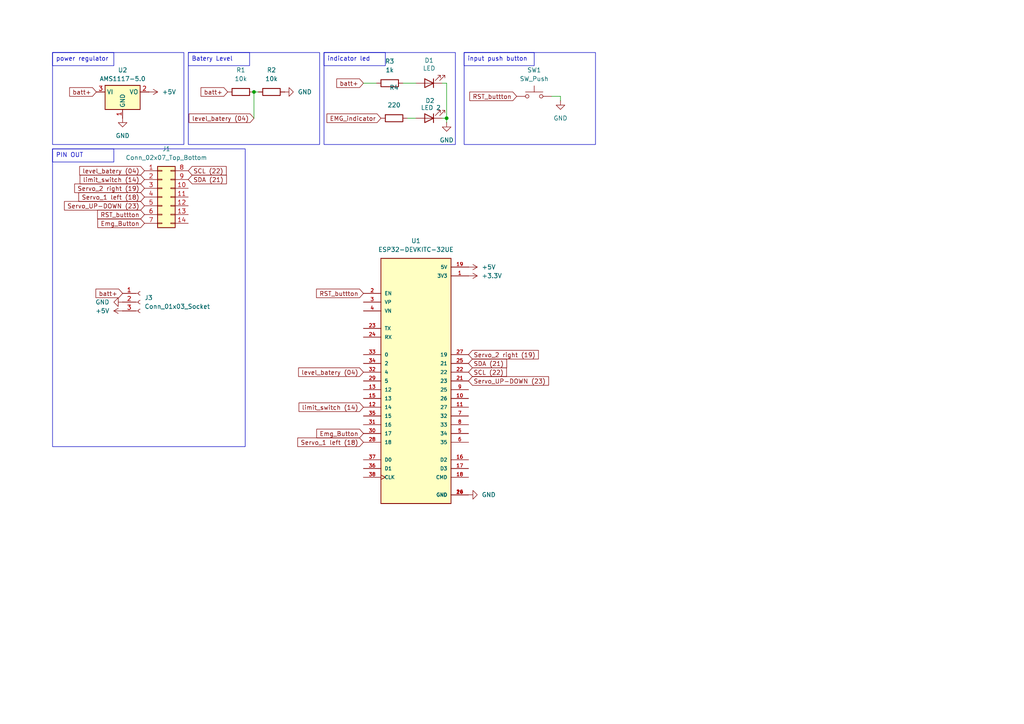
<source format=kicad_sch>
(kicad_sch (version 20250114) (generator "eeschema") (generator_version "9.0")
  (paper "A4")
  (lib_symbols
    (symbol "Connector:Conn_01x03_Socket" (pin_names (offset 1.016) (hide yes))
      (property "Reference" "J" (at 0 5.08 0))
      (property "Value" "Conn_01x03_Socket" (at 0 -5.08 0))
      (symbol "Conn_01x03_Socket_1_1"
        (polyline (pts (xy -1.27 2.54) (xy -0.508 2.54)) (stroke (width 0.1524)))
        (polyline (pts (xy -1.27 0) (xy -0.508 0)) (stroke (width 0.1524)))
        (polyline (pts (xy -1.27 -2.54) (xy -0.508 -2.54)) (stroke (width 0.1524)))
        (arc (start 0 2.032) (mid -0.5058 2.54) (end 0 3.048) (stroke (width 0.1524)))
        (arc (start 0 -0.508) (mid -0.5058 0) (end 0 0.508) (stroke (width 0.1524)))
        (arc (start 0 -3.048) (mid -0.5058 -2.54) (end 0 -2.032) (stroke (width 0.1524)))
        (pin passive line (at -5.08 2.54 0) (length 3.81) (name "Pin_1") (number "1"))
        (pin passive line (at -5.08 0 0) (length 3.81) (name "Pin_2") (number "2"))
        (pin passive line (at -5.08 -2.54 0) (length 3.81) (name "Pin_3") (number "3"))
      )
    )
    (symbol "Connector_Generic:Conn_02x07_Top_Bottom" (pin_names (offset 1.016) (hide yes))
      (property "Reference" "J" (at 1.27 10.16 0))
      (property "Value" "Conn_02x07_Top_Bottom" (at 1.27 -10.16 0))
      (symbol "Conn_02x07_Top_Bottom_1_1"
        (rectangle (start -1.27 8.89) (end 3.81 -8.89) (stroke (width 0.254)) (fill (type background)))
        (rectangle (start -1.27 7.747) (end 0 7.493) (stroke (width 0.1524)))
        (rectangle (start -1.27 5.207) (end 0 4.953) (stroke (width 0.1524)))
        (rectangle (start -1.27 2.667) (end 0 2.413) (stroke (width 0.1524)))
        (rectangle (start -1.27 0.127) (end 0 -0.127) (stroke (width 0.1524)))
        (rectangle (start -1.27 -2.413) (end 0 -2.667) (stroke (width 0.1524)))
        (rectangle (start -1.27 -4.953) (end 0 -5.207) (stroke (width 0.1524)))
        (rectangle (start -1.27 -7.493) (end 0 -7.747) (stroke (width 0.1524)))
        (rectangle (start 3.81 7.747) (end 2.54 7.493) (stroke (width 0.1524)))
        (rectangle (start 3.81 5.207) (end 2.54 4.953) (stroke (width 0.1524)))
        (rectangle (start 3.81 2.667) (end 2.54 2.413) (stroke (width 0.1524)))
        (rectangle (start 3.81 0.127) (end 2.54 -0.127) (stroke (width 0.1524)))
        (rectangle (start 3.81 -2.413) (end 2.54 -2.667) (stroke (width 0.1524)))
        (rectangle (start 3.81 -4.953) (end 2.54 -5.207) (stroke (width 0.1524)))
        (rectangle (start 3.81 -7.493) (end 2.54 -7.747) (stroke (width 0.1524)))
        (pin passive line (at -5.08 7.62 0) (length 3.81) (name "Pin_1") (number "1"))
        (pin passive line (at -5.08 5.08 0) (length 3.81) (name "Pin_2") (number "2"))
        (pin passive line (at -5.08 2.54 0) (length 3.81) (name "Pin_3") (number "3"))
        (pin passive line (at -5.08 0 0) (length 3.81) (name "Pin_4") (number "4"))
        (pin passive line (at -5.08 -2.54 0) (length 3.81) (name "Pin_5") (number "5"))
        (pin passive line (at -5.08 -5.08 0) (length 3.81) (name "Pin_6") (number "6"))
        (pin passive line (at -5.08 -7.62 0) (length 3.81) (name "Pin_7") (number "7"))
        (pin passive line (at 7.62 7.62 180) (length 3.81) (name "Pin_8") (number "8"))
        (pin passive line (at 7.62 5.08 180) (length 3.81) (name "Pin_9") (number "9"))
        (pin passive line (at 7.62 2.54 180) (length 3.81) (name "Pin_10") (number "10"))
        (pin passive line (at 7.62 0 180) (length 3.81) (name "Pin_11") (number "11"))
        (pin passive line (at 7.62 -2.54 180) (length 3.81) (name "Pin_12") (number "12"))
        (pin passive line (at 7.62 -5.08 180) (length 3.81) (name "Pin_13") (number "13"))
        (pin passive line (at 7.62 -7.62 180) (length 3.81) (name "Pin_14") (number "14"))
      )
    )
    (symbol "Device:LED" (pin_numbers (hide yes)) (pin_names (offset 1.016) (hide yes))
      (property "Reference" "D" (at 0 2.54 0))
      (property "Value" "LED" (at 0 -2.54 0))
      (symbol "LED_0_1"
        (polyline (pts (xy -3.048 -0.762) (xy -4.572 -2.286) (xy -3.81 -2.286) (xy -4.572 -2.286) (xy -4.572 -1.524)))
        (polyline (pts (xy -1.778 -0.762) (xy -3.302 -2.286) (xy -2.54 -2.286) (xy -3.302 -2.286) (xy -3.302 -1.524)))
        (polyline (pts (xy -1.27 0) (xy 1.27 0)))
        (polyline (pts (xy -1.27 -1.27) (xy -1.27 1.27)) (stroke (width 0.254)))
        (polyline (pts (xy 1.27 -1.27) (xy 1.27 1.27) (xy -1.27 0) (xy 1.27 -1.27)) (stroke (width 0.254)))
      )
      (symbol "LED_1_1"
        (pin passive line (at -3.81 0 0) (length 2.54) (name "K") (number "1"))
        (pin passive line (at 3.81 0 180) (length 2.54) (name "A") (number "2"))
      )
    )
    (symbol "Device:R" (pin_numbers (hide yes)) (pin_names (offset 0))
      (property "Reference" "R" (at 2.032 0 90))
      (property "Value" "R" (at 0 0 90))
      (symbol "R_0_1"
        (rectangle (start -1.016 -2.54) (end 1.016 2.54) (stroke (width 0.254)))
      )
      (symbol "R_1_1"
        (pin passive line (at 0 3.81 270) (length 1.27) (name "~") (number "1"))
        (pin passive line (at 0 -3.81 90) (length 1.27) (name "~") (number "2"))
      )
    )
    (symbol "ESP32-DEVKITC-32UE:ESP32-DEVKITC-32UE" (pin_names (offset 1.016))
      (property "Reference" "U" (at -10.16 36.83 0))
      (property "Value" "ESP32-DEVKITC-32UE" (at -10.16 -38.1 0))
      (symbol "ESP32-DEVKITC-32UE_0_0"
        (rectangle (start -10.16 -35.56) (end 10.16 35.56) (stroke (width 0.254)) (fill (type background)))
        (pin input line (at -15.24 25.4 0) (length 5.08) (name "EN") (number "2"))
        (pin input line (at -15.24 22.86 0) (length 5.08) (name "VP") (number "3"))
        (pin input line (at -15.24 20.32 0) (length 5.08) (name "VN") (number "4"))
        (pin bidirectional line (at -15.24 15.24 0) (length 5.08) (name "TX") (number "23"))
        (pin bidirectional line (at -15.24 12.7 0) (length 5.08) (name "RX") (number "24"))
        (pin bidirectional line (at -15.24 7.62 0) (length 5.08) (name "0") (number "33"))
        (pin bidirectional line (at -15.24 5.08 0) (length 5.08) (name "2") (number "34"))
        (pin bidirectional line (at -15.24 2.54 0) (length 5.08) (name "4") (number "32"))
        (pin bidirectional line (at -15.24 0 0) (length 5.08) (name "5") (number "29"))
        (pin bidirectional line (at -15.24 -2.54 0) (length 5.08) (name "12") (number "13"))
        (pin bidirectional line (at -15.24 -5.08 0) (length 5.08) (name "13") (number "15"))
        (pin bidirectional line (at -15.24 -7.62 0) (length 5.08) (name "14") (number "12"))
        (pin bidirectional line (at -15.24 -10.16 0) (length 5.08) (name "15") (number "35"))
        (pin bidirectional line (at -15.24 -12.7 0) (length 5.08) (name "16") (number "31"))
        (pin bidirectional line (at -15.24 -15.24 0) (length 5.08) (name "17") (number "30"))
        (pin bidirectional line (at -15.24 -17.78 0) (length 5.08) (name "18") (number "28"))
        (pin bidirectional line (at -15.24 -22.86 0) (length 5.08) (name "D0") (number "37"))
        (pin bidirectional line (at -15.24 -25.4 0) (length 5.08) (name "D1") (number "36"))
        (pin bidirectional clock (at -15.24 -27.94 0) (length 5.08) (name "CLK") (number "38"))
        (pin power_in line (at 15.24 33.02 180) (length 5.08) (name "5V") (number "19"))
        (pin power_in line (at 15.24 30.48 180) (length 5.08) (name "3V3") (number "1"))
        (pin bidirectional line (at 15.24 7.62 180) (length 5.08) (name "19") (number "27"))
        (pin bidirectional line (at 15.24 5.08 180) (length 5.08) (name "21") (number "25"))
        (pin bidirectional line (at 15.24 2.54 180) (length 5.08) (name "22") (number "22"))
        (pin bidirectional line (at 15.24 0 180) (length 5.08) (name "23") (number "21"))
        (pin bidirectional line (at 15.24 -2.54 180) (length 5.08) (name "25") (number "9"))
        (pin bidirectional line (at 15.24 -5.08 180) (length 5.08) (name "26") (number "10"))
        (pin bidirectional line (at 15.24 -7.62 180) (length 5.08) (name "27") (number "11"))
        (pin bidirectional line (at 15.24 -10.16 180) (length 5.08) (name "32") (number "7"))
        (pin bidirectional line (at 15.24 -12.7 180) (length 5.08) (name "33") (number "8"))
        (pin bidirectional line (at 15.24 -15.24 180) (length 5.08) (name "34") (number "5"))
        (pin bidirectional line (at 15.24 -17.78 180) (length 5.08) (name "35") (number "6"))
        (pin bidirectional line (at 15.24 -22.86 180) (length 5.08) (name "D2") (number "16"))
        (pin bidirectional line (at 15.24 -25.4 180) (length 5.08) (name "D3") (number "17"))
        (pin bidirectional line (at 15.24 -27.94 180) (length 5.08) (name "CMD") (number "18"))
        (pin power_in line (at 15.24 -33.02 180) (length 5.08) (name "GND") (number "14"))
        (pin power_in line (at 15.24 -33.02 180) (length 5.08) (name "GND") (number "20"))
        (pin power_in line (at 15.24 -33.02 180) (length 5.08) (name "GND") (number "26"))
      )
    )
    (symbol "Regulator_Linear:AMS1117-5.0"
      (property "Reference" "U" (at -3.81 3.175 0))
      (property "Value" "AMS1117-5.0" (at 0 3.175 0))
      (symbol "AMS1117-5.0_0_1"
        (rectangle (start -5.08 -5.08) (end 5.08 1.905) (stroke (width 0.254)) (fill (type background)))
      )
      (symbol "AMS1117-5.0_1_1"
        (pin power_in line (at -7.62 0 0) (length 2.54) (name "VI") (number "3"))
        (pin power_in line (at 0 -7.62 90) (length 2.54) (name "GND") (number "1"))
        (pin power_out line (at 7.62 0 180) (length 2.54) (name "VO") (number "2"))
      )
    )
    (symbol "Switch:SW_Push" (pin_numbers (hide yes)) (pin_names (offset 1.016) (hide yes))
      (property "Reference" "SW" (at 1.27 2.54 0))
      (property "Value" "SW_Push" (at 0 -1.524 0))
      (symbol "SW_Push_0_1"
        (circle (center -2.032 0) (radius 0.508))
        (polyline (pts (xy 0 1.27) (xy 0 3.048)))
        (circle (center 2.032 0) (radius 0.508))
        (polyline (pts (xy 2.54 1.27) (xy -2.54 1.27)))
        (pin passive line (at -5.08 0 0) (length 2.54) (name "1") (number "1"))
        (pin passive line (at 5.08 0 180) (length 2.54) (name "2") (number "2"))
      )
    )
    (symbol "power:+3.3V" (power) (pin_numbers (hide yes)) (pin_names (offset 0) (hide yes))
      (property "Value" "+3.3V" (at 0 3.556 0))
      (symbol "+3.3V_0_1"
        (polyline (pts (xy -0.762 1.27) (xy 0 2.54)))
        (polyline (pts (xy 0 2.54) (xy 0.762 1.27)))
        (polyline (pts (xy 0 0) (xy 0 2.54)))
      )
      (symbol "+3.3V_1_1"
        (pin power_in line (at 0 0 90) (length 0) (name "~") (number "1"))
      )
    )
    (symbol "power:+5V" (power) (pin_numbers (hide yes)) (pin_names (offset 0) (hide yes))
      (property "Value" "+5V" (at 0 3.556 0))
      (symbol "+5V_0_1"
        (polyline (pts (xy -0.762 1.27) (xy 0 2.54)))
        (polyline (pts (xy 0 2.54) (xy 0.762 1.27)))
        (polyline (pts (xy 0 0) (xy 0 2.54)))
      )
      (symbol "+5V_1_1"
        (pin power_in line (at 0 0 90) (length 0) (name "~") (number "1"))
      )
    )
    (symbol "power:GND" (power) (pin_numbers (hide yes)) (pin_names (offset 0) (hide yes))
      (property "Value" "GND" (at 0 -3.81 0))
      (symbol "GND_0_1"
        (polyline (pts (xy 0 0) (xy 0 -1.27) (xy 1.27 -1.27) (xy 0 -2.54) (xy -1.27 -1.27) (xy 0 -1.27)))
      )
      (symbol "GND_1_1"
        (pin power_in line (at 0 0 270) (length 0) (name "~") (number "1"))
      )
    )
  )
  (rectangle (start 93.98 15.24) (end 132.08 41.91))
  (rectangle (start 15.24 15.24) (end 53.34 41.91))
  (rectangle (start 54.61 15.24) (end 92.71 41.91))
  (rectangle (start 134.62 15.24) (end 172.72 41.91))
  (rectangle (start 15.24 43.18) (end 71.12 129.54))
  (text_box "input push button\n" (at 134.62 15.24 0) (size 20.32 3.81) (margins 0.9525 0.9525 0.9525 0.9525) (effects (font (size 1.27 1.27)) (justify left top)))
  (text_box "power regulator\n" (at 15.24 15.24 0) (size 17.78 3.81) (margins 0.9525 0.9525 0.9525 0.9525) (effects (font (size 1.27 1.27)) (justify left top)))
  (text_box "PIN OUT" (at 15.24 43.18 0) (size 17.78 3.81) (margins 0.9525 0.9525 0.9525 0.9525) (effects (font (size 1.27 1.27)) (justify left top)))
  (text_box "Batery Level" (at 54.61 15.24 0) (size 17.78 3.81) (margins 0.9525 0.9525 0.9525 0.9525) (effects (font (size 1.27 1.27)) (justify left top)))
  (text_box "indicator led" (at 93.98 15.24 0) (size 17.78 3.81) (margins 0.9525 0.9525 0.9525 0.9525) (effects (font (size 1.27 1.27)) (justify left top)))
  (junction (at 129.54 34.29))
  (junction (at 73.66 26.67))
  (wire (pts (xy 129.54 24.13) (xy 129.54 34.29)))
  (wire (pts (xy 129.54 34.29) (xy 128.27 34.29)))
  (wire (pts (xy 109.22 24.13) (xy 105.41 24.13)))
  (wire (pts (xy 116.84 24.13) (xy 120.65 24.13)))
  (wire (pts (xy 73.66 26.67) (xy 73.66 34.29)))
  (wire (pts (xy 129.54 24.13) (xy 128.27 24.13)))
  (wire (pts (xy 73.66 26.67) (xy 74.93 26.67)))
  (wire (pts (xy 118.11 34.29) (xy 120.65 34.29)))
  (wire (pts (xy 160.02 27.94) (xy 162.56 27.94)))
  (wire (pts (xy 129.54 34.29) (xy 129.54 35.56)))
  (wire (pts (xy 162.56 29.21) (xy 162.56 27.94)))
  (global_label "RST_buttton" (shape input) (at 105.41 85.09 180) (property "Intersheetrefs" "${INTERSHEET_REFS}" (effects (hide yes))))
  (global_label "batt+" (shape input) (at 105.41 24.13 180) (property "Intersheetrefs" "${INTERSHEET_REFS}" (effects (hide yes))))
  (global_label "limit_switch (14)" (shape input) (at 105.41 118.11 180) (property "Intersheetrefs" "${INTERSHEET_REFS}" (effects (hide yes))))
  (global_label "Servo_2 right (19)" (shape input) (at 41.91 54.61 180) (property "Intersheetrefs" "${INTERSHEET_REFS}" (effects (hide yes))))
  (global_label "batt+" (shape input) (at 66.04 26.67 180) (property "Intersheetrefs" "${INTERSHEET_REFS}" (effects (hide yes))))
  (global_label "level_batery (04)" (shape input) (at 41.91 49.53 180) (property "Intersheetrefs" "${INTERSHEET_REFS}" (effects (hide yes))))
  (global_label "EMG_indicator" (shape input) (at 110.49 34.29 180) (property "Intersheetrefs" "${INTERSHEET_REFS}" (effects (hide yes))))
  (global_label "SCL (22)" (shape input) (at 54.61 49.53 0) (property "Intersheetrefs" "${INTERSHEET_REFS}" (effects (hide yes))))
  (global_label "Servo_UP-DOWN (23)" (shape input) (at 41.91 59.69 180) (property "Intersheetrefs" "${INTERSHEET_REFS}" (effects (hide yes))))
  (global_label "SDA (21)" (shape input) (at 135.89 105.41 0) (property "Intersheetrefs" "${INTERSHEET_REFS}" (effects (hide yes))))
  (global_label "batt+" (shape input) (at 35.56 85.09 180) (property "Intersheetrefs" "${INTERSHEET_REFS}" (effects (hide yes))))
  (global_label "Emg_Button" (shape input) (at 41.91 64.77 180) (property "Intersheetrefs" "${INTERSHEET_REFS}" (effects (hide yes))))
  (global_label "limit_switch (14)" (shape input) (at 41.91 52.07 180) (property "Intersheetrefs" "${INTERSHEET_REFS}" (effects (hide yes))))
  (global_label "Servo_1 left (18)" (shape input) (at 41.91 57.15 180) (property "Intersheetrefs" "${INTERSHEET_REFS}" (effects (hide yes))))
  (global_label "Servo_UP-DOWN (23)" (shape input) (at 135.89 110.49 0) (property "Intersheetrefs" "${INTERSHEET_REFS}" (effects (hide yes))))
  (global_label "level_batery (04)" (shape input) (at 105.41 107.95 180) (property "Intersheetrefs" "${INTERSHEET_REFS}" (effects (hide yes))))
  (global_label "level_batery (04)" (shape input) (at 73.66 34.29 180) (property "Intersheetrefs" "${INTERSHEET_REFS}" (effects (hide yes))))
  (global_label "Emg_Button" (shape input) (at 105.41 125.73 180) (property "Intersheetrefs" "${INTERSHEET_REFS}" (effects (hide yes))))
  (global_label "RST_buttton" (shape input) (at 149.86 27.94 180) (property "Intersheetrefs" "${INTERSHEET_REFS}" (effects (hide yes))))
  (global_label "Servo_1 left (18)" (shape input) (at 105.41 128.27 180) (property "Intersheetrefs" "${INTERSHEET_REFS}" (effects (hide yes))))
  (global_label "SDA (21)" (shape input) (at 54.61 52.07 0) (property "Intersheetrefs" "${INTERSHEET_REFS}" (effects (hide yes))))
  (global_label "Servo_2 right (19)" (shape input) (at 135.89 102.87 0) (property "Intersheetrefs" "${INTERSHEET_REFS}" (effects (hide yes))))
  (global_label "batt+" (shape input) (at 27.94 26.67 180) (property "Intersheetrefs" "${INTERSHEET_REFS}" (effects (hide yes))))
  (global_label "RST_buttton" (shape input) (at 41.91 62.23 180) (property "Intersheetrefs" "${INTERSHEET_REFS}" (effects (hide yes))))
  (global_label "SCL (22)" (shape input) (at 135.89 107.95 0) (property "Intersheetrefs" "${INTERSHEET_REFS}" (effects (hide yes))))
  (symbol (lib_id "power:GND") (at 35.56 34.29 0) (unit 1)
    (property "Reference" "#PWR08" (effects (hide yes)))
    (property "Value" "GND" (at 35.56 39.37 0))
    (property "Description" "Power symbol creates a global label with name \"GND\" , ground" (effects (hide yes)))
  )
  (symbol (lib_id "power:GND") (at 129.54 35.56 0) (unit 1)
    (property "Reference" "#PWR011" (effects (hide yes)))
    (property "Value" "GND" (at 129.54 40.64 0))
    (property "Description" "Power symbol creates a global label with name \"GND\" , ground" (effects (hide yes)))
  )
  (symbol (lib_id "Device:R") (at 69.85 26.67 90) (unit 1)
    (property "Reference" "R1" (at 69.85 20.32 90))
    (property "Value" "10k" (at 69.85 22.86 90))
    (property "Footprint" "Resistor_THT:R_Axial_DIN0207_L6.3mm_D2.5mm_P10.16mm_Horizontal" (effects (hide yes)))
    (property "Description" "Resistor" (effects (hide yes)))
  )
  (symbol (lib_id "Device:LED") (at 124.46 34.29 180) (unit 1)
    (property "Reference" "D2" (at 124.714 29.21 0))
    (property "Value" "LED 2" (at 124.968 31.242 0))
    (property "Footprint" "LED_THT:LED_D5.0mm" (effects (hide yes)))
    (property "Description" "Light emitting diode" (effects (hide yes)))
    (property "Sim.Pins" "1=K 2=A" (effects (hide yes)))
  )
  (symbol (lib_id "Connector_Generic:Conn_02x07_Top_Bottom") (at 46.99 57.15 0) (unit 1)
    (property "Reference" "J1" (at 48.26 43.18 0))
    (property "Value" "Conn_02x07_Top_Bottom" (at 48.26 45.72 0))
    (property "Footprint" "Connector_PinHeader_2.54mm:PinHeader_2x07_P2.54mm_Vertical" (effects (hide yes)))
    (property "Description" "Generic connector, double row, 02x07, top/bottom pin numbering scheme (row 1: 1...pins_per_row, row2: pins_per_row+1 ... num_pins), script generated (kicad-library-utils/schlib/autogen/connector/)" (effects (hide yes)))
  )
  (symbol (lib_id "power:+5V") (at 135.89 77.47 270) (unit 1)
    (property "Reference" "#PWR01" (effects (hide yes)))
    (property "Value" "+5V" (at 139.7 77.4699 90) (effects (justify left)))
    (property "Description" "Power symbol creates a global label with name \"+5V\"" (effects (hide yes)))
  )
  (symbol (lib_id "Regulator_Linear:AMS1117-5.0") (at 35.56 26.67 0) (unit 1)
    (property "Reference" "U2" (at 35.56 20.32 0))
    (property "Value" "AMS1117-5.0" (at 35.56 22.86 0))
    (property "Footprint" "Package_TO_SOT_SMD:SOT-223-3_TabPin2" (effects (hide yes)))
    (property "Datasheet" "http://www.advanced-monolithic.com/pdf/ds1117.pdf" (effects (hide yes)))
    (property "Description" "1A Low Dropout regulator, positive, 5.0V fixed output, SOT-223" (effects (hide yes)))
  )
  (symbol (lib_id "Device:R") (at 78.74 26.67 90) (unit 1)
    (property "Reference" "R2" (at 78.74 20.32 90))
    (property "Value" "10k" (at 78.74 22.86 90))
    (property "Footprint" "Resistor_THT:R_Axial_DIN0207_L6.3mm_D2.5mm_P10.16mm_Horizontal" (effects (hide yes)))
    (property "Description" "Resistor" (effects (hide yes)))
  )
  (symbol (lib_id "Switch:SW_Push") (at 154.94 27.94 0) (unit 1)
    (property "Reference" "SW1" (at 154.94 20.32 0))
    (property "Value" "SW_Push" (at 154.94 22.86 0))
    (property "Footprint" "Button_Switch_THT:SW_PUSH_6mm" (effects (hide yes)))
    (property "Description" "Push button switch, generic, two pins" (effects (hide yes)))
  )
  (symbol (lib_id "ESP32-DEVKITC-32UE:ESP32-DEVKITC-32UE") (at 120.65 110.49 0) (unit 1)
    (property "Reference" "U1" (at 120.65 69.85 0))
    (property "Value" "ESP32-DEVKITC-32UE" (at 120.65 72.39 0))
    (property "Footprint" "ESP32-DEVKITC-32UE:ESPRESSIF_ESP32-DEVKITC-32UE" (effects (hide yes)))
    (property "DigiKey_Part_Number" "1965-ESP32-DEVKITC-32UE-ND" (effects (hide yes)))
    (property "SnapEDA_Link" "https://www.snapeda.com/parts/ESP32-DEVKITC-32UE/Espressif+Systems/view-part/?ref=snap" (effects (hide yes)))
    (property "MAXIMUM_PACKAGE_HEIGHT" "N/A" (effects (hide yes)))
    (property "Package" "CUSTOM-38 ESPRESSIF" (effects (hide yes)))
    (property "Check_prices" "https://www.snapeda.com/parts/ESP32-DEVKITC-32UE/Espressif+Systems/view-part/?ref=eda" (effects (hide yes)))
    (property "STANDARD" "Manufacturer Recommendations" (effects (hide yes)))
    (property "PARTREV" "V4" (effects (hide yes)))
    (property "MF" "Espressif Systems" (effects (hide yes)))
    (property "MP" "ESP32-DEVKITC-32UE" (effects (hide yes)))
    (property "Description_1" "The ESP32-DEVKITC-32UE evaluation board from Espressif Systems is designed for seamless wireless connectivity in IoT applications. Powered by the ESP32-WROOM-32UE module, it supports dual-mode Bluetooth® Smart Ready 4.x and 802.11 b/g/n Wi-Fi at 2.4GHz. The board features a robust Xtensa® dual-core 32-bit LX6 microprocessor and is equipped with 4MB flash for efficient handling of complex tasks. It includes 26 GPIO pins and an IPEX U.FL antenna for flexible interfacing and reliable wireless performance." (effects (hide yes)))
    (property "MANUFACTURER" "Espressif" (effects (hide yes)))
    (property "SNAPEDA_PN" "ESP32-DEVKITC-32UE" (effects (hide yes)))
  )
  (symbol (lib_id "power:+3.3V") (at 135.89 80.01 270) (unit 1)
    (property "Reference" "#PWR02" (effects (hide yes)))
    (property "Value" "+3.3V" (at 139.7 80.0099 90) (effects (justify left)))
    (property "Description" "Power symbol creates a global label with name \"+3.3V\"" (effects (hide yes)))
  )
  (symbol (lib_id "power:GND") (at 35.56 87.63 270) (unit 1)
    (property "Reference" "#PWR04" (effects (hide yes)))
    (property "Value" "GND" (at 31.75 87.6299 90) (effects (justify right)))
    (property "Description" "Power symbol creates a global label with name \"GND\" , ground" (effects (hide yes)))
  )
  (symbol (lib_id "power:+5V") (at 43.18 26.67 270) (unit 1)
    (property "Reference" "#PWR09" (effects (hide yes)))
    (property "Value" "+5V" (at 46.99 26.6699 90) (effects (justify left)))
    (property "Description" "Power symbol creates a global label with name \"+5V\"" (effects (hide yes)))
  )
  (symbol (lib_id "power:GND") (at 135.89 143.51 90) (unit 1)
    (property "Reference" "#PWR03" (effects (hide yes)))
    (property "Value" "GND" (at 139.7 143.5099 90) (effects (justify right)))
    (property "Description" "Power symbol creates a global label with name \"GND\" , ground" (effects (hide yes)))
  )
  (symbol (lib_id "Device:R") (at 114.3 34.29 90) (unit 1)
    (property "Reference" "R4" (at 114.3 25.4 90))
    (property "Value" "220" (at 114.3 30.48 90))
    (property "Footprint" "Resistor_THT:R_Axial_DIN0207_L6.3mm_D2.5mm_P10.16mm_Horizontal" (effects (hide yes)))
    (property "Description" "Resistor" (effects (hide yes)))
  )
  (symbol (lib_id "Device:R") (at 113.03 24.13 90) (unit 1)
    (property "Reference" "R3" (at 113.03 17.78 90))
    (property "Value" "1k" (at 113.03 20.32 90))
    (property "Footprint" "Resistor_THT:R_Axial_DIN0207_L6.3mm_D2.5mm_P10.16mm_Horizontal" (effects (hide yes)))
    (property "Description" "Resistor" (effects (hide yes)))
  )
  (symbol (lib_id "Device:LED") (at 124.46 24.13 180) (unit 1)
    (property "Reference" "D1" (at 124.46 17.526 0))
    (property "Value" "LED" (at 124.46 19.812 0))
    (property "Footprint" "LED_THT:LED_D5.0mm" (effects (hide yes)))
    (property "Description" "Light emitting diode" (effects (hide yes)))
    (property "Sim.Pins" "1=K 2=A" (effects (hide yes)))
  )
  (symbol (lib_id "power:GND") (at 162.56 29.21 0) (unit 1)
    (property "Reference" "#PWR013" (effects (hide yes)))
    (property "Value" "GND" (at 162.56 34.29 0))
    (property "Description" "Power symbol creates a global label with name \"GND\" , ground" (effects (hide yes)))
  )
  (symbol (lib_id "Connector:Conn_01x03_Socket") (at 40.64 87.63 0) (unit 1)
    (property "Reference" "J3" (at 41.91 86.3599 0) (effects (justify left)))
    (property "Value" "Conn_01x03_Socket" (at 41.91 88.8999 0) (effects (justify left)))
    (property "Footprint" "TerminalBlock:TerminalBlock_MaiXu_MX126-5.0-03P_1x03_P5.00mm" (effects (hide yes)))
    (property "Description" "Generic connector, single row, 01x03, script generated" (effects (hide yes)))
  )
  (symbol (lib_id "power:+5V") (at 35.56 90.17 90) (unit 1)
    (property "Reference" "#PWR05" (effects (hide yes)))
    (property "Value" "+5V" (at 31.75 90.1699 90) (effects (justify left)))
    (property "Description" "Power symbol creates a global label with name \"+5V\"" (effects (hide yes)))
  )
  (symbol (lib_id "power:GND") (at 82.55 26.67 90) (unit 1)
    (property "Reference" "#PWR010" (effects (hide yes)))
    (property "Value" "GND" (at 86.36 26.6699 90) (effects (justify right)))
    (property "Description" "Power symbol creates a global label with name \"GND\" , ground" (effects (hide yes)))
  )
)
</source>
